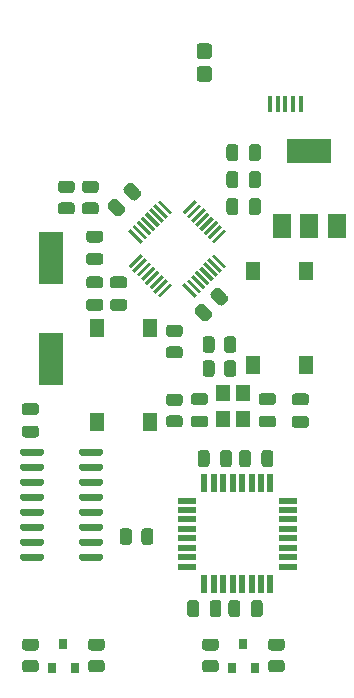
<source format=gbr>
%TF.GenerationSoftware,KiCad,Pcbnew,(5.1.9-16-g1737927814)-1*%
%TF.CreationDate,2021-07-07T14:31:42-05:00*%
%TF.ProjectId,adbuino,61646275-696e-46f2-9e6b-696361645f70,rev?*%
%TF.SameCoordinates,Original*%
%TF.FileFunction,Paste,Top*%
%TF.FilePolarity,Positive*%
%FSLAX46Y46*%
G04 Gerber Fmt 4.6, Leading zero omitted, Abs format (unit mm)*
G04 Created by KiCad (PCBNEW (5.1.9-16-g1737927814)-1) date 2021-07-07 14:31:42*
%MOMM*%
%LPD*%
G01*
G04 APERTURE LIST*
%ADD10R,0.400000X1.400000*%
%ADD11C,0.100000*%
%ADD12R,2.000000X4.500000*%
%ADD13R,1.200000X1.400000*%
%ADD14R,1.300000X1.550000*%
%ADD15R,0.800000X0.900000*%
%ADD16R,1.500000X2.000000*%
%ADD17R,3.800000X2.000000*%
%ADD18R,1.600000X0.550000*%
%ADD19R,0.550000X1.600000*%
G04 APERTURE END LIST*
D10*
%TO.C,J2*%
X175992000Y-42371000D03*
X176642000Y-42371000D03*
X177292000Y-42371000D03*
X177942000Y-42371000D03*
X178592000Y-42371000D03*
%TD*%
D11*
%TO.C,IC1*%
G36*
X167723382Y-57721624D02*
G01*
X166680400Y-58764606D01*
X166468268Y-58552474D01*
X167511250Y-57509492D01*
X167723382Y-57721624D01*
G37*
G36*
X167369829Y-57368070D02*
G01*
X166326847Y-58411052D01*
X166114715Y-58198920D01*
X167157697Y-57155938D01*
X167369829Y-57368070D01*
G37*
G36*
X167016275Y-57014517D02*
G01*
X165973293Y-58057499D01*
X165761161Y-57845367D01*
X166804143Y-56802385D01*
X167016275Y-57014517D01*
G37*
G36*
X166662722Y-56660963D02*
G01*
X165619740Y-57703945D01*
X165407608Y-57491813D01*
X166450590Y-56448831D01*
X166662722Y-56660963D01*
G37*
G36*
X166309169Y-56307410D02*
G01*
X165266187Y-57350392D01*
X165054055Y-57138260D01*
X166097037Y-56095278D01*
X166309169Y-56307410D01*
G37*
G36*
X165955615Y-55953857D02*
G01*
X164912633Y-56996839D01*
X164700501Y-56784707D01*
X165743483Y-55741725D01*
X165955615Y-55953857D01*
G37*
G36*
X165602062Y-55600303D02*
G01*
X164559080Y-56643285D01*
X164346948Y-56431153D01*
X165389930Y-55388171D01*
X165602062Y-55600303D01*
G37*
G36*
X165248508Y-55246750D02*
G01*
X164205526Y-56289732D01*
X163993394Y-56077600D01*
X165036376Y-55034618D01*
X165248508Y-55246750D01*
G37*
G36*
X164205526Y-52930268D02*
G01*
X165248508Y-53973250D01*
X165036376Y-54185382D01*
X163993394Y-53142400D01*
X164205526Y-52930268D01*
G37*
G36*
X164559080Y-52576715D02*
G01*
X165602062Y-53619697D01*
X165389930Y-53831829D01*
X164346948Y-52788847D01*
X164559080Y-52576715D01*
G37*
G36*
X164912633Y-52223161D02*
G01*
X165955615Y-53266143D01*
X165743483Y-53478275D01*
X164700501Y-52435293D01*
X164912633Y-52223161D01*
G37*
G36*
X165266187Y-51869608D02*
G01*
X166309169Y-52912590D01*
X166097037Y-53124722D01*
X165054055Y-52081740D01*
X165266187Y-51869608D01*
G37*
G36*
X165619740Y-51516055D02*
G01*
X166662722Y-52559037D01*
X166450590Y-52771169D01*
X165407608Y-51728187D01*
X165619740Y-51516055D01*
G37*
G36*
X165973293Y-51162501D02*
G01*
X167016275Y-52205483D01*
X166804143Y-52417615D01*
X165761161Y-51374633D01*
X165973293Y-51162501D01*
G37*
G36*
X166326847Y-50808948D02*
G01*
X167369829Y-51851930D01*
X167157697Y-52064062D01*
X166114715Y-51021080D01*
X166326847Y-50808948D01*
G37*
G36*
X166680400Y-50455394D02*
G01*
X167723382Y-51498376D01*
X167511250Y-51710508D01*
X166468268Y-50667526D01*
X166680400Y-50455394D01*
G37*
G36*
X169827732Y-50667526D02*
G01*
X168784750Y-51710508D01*
X168572618Y-51498376D01*
X169615600Y-50455394D01*
X169827732Y-50667526D01*
G37*
G36*
X170181285Y-51021080D02*
G01*
X169138303Y-52064062D01*
X168926171Y-51851930D01*
X169969153Y-50808948D01*
X170181285Y-51021080D01*
G37*
G36*
X170534839Y-51374633D02*
G01*
X169491857Y-52417615D01*
X169279725Y-52205483D01*
X170322707Y-51162501D01*
X170534839Y-51374633D01*
G37*
G36*
X170888392Y-51728187D02*
G01*
X169845410Y-52771169D01*
X169633278Y-52559037D01*
X170676260Y-51516055D01*
X170888392Y-51728187D01*
G37*
G36*
X171241945Y-52081740D02*
G01*
X170198963Y-53124722D01*
X169986831Y-52912590D01*
X171029813Y-51869608D01*
X171241945Y-52081740D01*
G37*
G36*
X171595499Y-52435293D02*
G01*
X170552517Y-53478275D01*
X170340385Y-53266143D01*
X171383367Y-52223161D01*
X171595499Y-52435293D01*
G37*
G36*
X171949052Y-52788847D02*
G01*
X170906070Y-53831829D01*
X170693938Y-53619697D01*
X171736920Y-52576715D01*
X171949052Y-52788847D01*
G37*
G36*
X172302606Y-53142400D02*
G01*
X171259624Y-54185382D01*
X171047492Y-53973250D01*
X172090474Y-52930268D01*
X172302606Y-53142400D01*
G37*
G36*
X171259624Y-55034618D02*
G01*
X172302606Y-56077600D01*
X172090474Y-56289732D01*
X171047492Y-55246750D01*
X171259624Y-55034618D01*
G37*
G36*
X170906070Y-55388171D02*
G01*
X171949052Y-56431153D01*
X171736920Y-56643285D01*
X170693938Y-55600303D01*
X170906070Y-55388171D01*
G37*
G36*
X170552517Y-55741725D02*
G01*
X171595499Y-56784707D01*
X171383367Y-56996839D01*
X170340385Y-55953857D01*
X170552517Y-55741725D01*
G37*
G36*
X170198963Y-56095278D02*
G01*
X171241945Y-57138260D01*
X171029813Y-57350392D01*
X169986831Y-56307410D01*
X170198963Y-56095278D01*
G37*
G36*
X169845410Y-56448831D02*
G01*
X170888392Y-57491813D01*
X170676260Y-57703945D01*
X169633278Y-56660963D01*
X169845410Y-56448831D01*
G37*
G36*
X169491857Y-56802385D02*
G01*
X170534839Y-57845367D01*
X170322707Y-58057499D01*
X169279725Y-57014517D01*
X169491857Y-56802385D01*
G37*
G36*
X169138303Y-57155938D02*
G01*
X170181285Y-58198920D01*
X169969153Y-58411052D01*
X168926171Y-57368070D01*
X169138303Y-57155938D01*
G37*
G36*
X168784750Y-57509492D02*
G01*
X169827732Y-58552474D01*
X169615600Y-58764606D01*
X168572618Y-57721624D01*
X168784750Y-57509492D01*
G37*
%TD*%
%TO.C,C16*%
G36*
G01*
X171772000Y-72865000D02*
X171772000Y-71915000D01*
G75*
G02*
X172022000Y-71665000I250000J0D01*
G01*
X172522000Y-71665000D01*
G75*
G02*
X172772000Y-71915000I0J-250000D01*
G01*
X172772000Y-72865000D01*
G75*
G02*
X172522000Y-73115000I-250000J0D01*
G01*
X172022000Y-73115000D01*
G75*
G02*
X171772000Y-72865000I0J250000D01*
G01*
G37*
G36*
G01*
X169872000Y-72865000D02*
X169872000Y-71915000D01*
G75*
G02*
X170122000Y-71665000I250000J0D01*
G01*
X170622000Y-71665000D01*
G75*
G02*
X170872000Y-71915000I0J-250000D01*
G01*
X170872000Y-72865000D01*
G75*
G02*
X170622000Y-73115000I-250000J0D01*
G01*
X170122000Y-73115000D01*
G75*
G02*
X169872000Y-72865000I0J250000D01*
G01*
G37*
%TD*%
%TO.C,C15*%
G36*
G01*
X169984000Y-84615000D02*
X169984000Y-85565000D01*
G75*
G02*
X169734000Y-85815000I-250000J0D01*
G01*
X169234000Y-85815000D01*
G75*
G02*
X168984000Y-85565000I0J250000D01*
G01*
X168984000Y-84615000D01*
G75*
G02*
X169234000Y-84365000I250000J0D01*
G01*
X169734000Y-84365000D01*
G75*
G02*
X169984000Y-84615000I0J-250000D01*
G01*
G37*
G36*
G01*
X171884000Y-84615000D02*
X171884000Y-85565000D01*
G75*
G02*
X171634000Y-85815000I-250000J0D01*
G01*
X171134000Y-85815000D01*
G75*
G02*
X170884000Y-85565000I0J250000D01*
G01*
X170884000Y-84615000D01*
G75*
G02*
X171134000Y-84365000I250000J0D01*
G01*
X171634000Y-84365000D01*
G75*
G02*
X171884000Y-84615000I0J-250000D01*
G01*
G37*
%TD*%
%TO.C,C14*%
G36*
G01*
X175268000Y-72865000D02*
X175268000Y-71915000D01*
G75*
G02*
X175518000Y-71665000I250000J0D01*
G01*
X176018000Y-71665000D01*
G75*
G02*
X176268000Y-71915000I0J-250000D01*
G01*
X176268000Y-72865000D01*
G75*
G02*
X176018000Y-73115000I-250000J0D01*
G01*
X175518000Y-73115000D01*
G75*
G02*
X175268000Y-72865000I0J250000D01*
G01*
G37*
G36*
G01*
X173368000Y-72865000D02*
X173368000Y-71915000D01*
G75*
G02*
X173618000Y-71665000I250000J0D01*
G01*
X174118000Y-71665000D01*
G75*
G02*
X174368000Y-71915000I0J-250000D01*
G01*
X174368000Y-72865000D01*
G75*
G02*
X174118000Y-73115000I-250000J0D01*
G01*
X173618000Y-73115000D01*
G75*
G02*
X173368000Y-72865000I0J250000D01*
G01*
G37*
%TD*%
D12*
%TO.C,Y2*%
X157480000Y-63940000D03*
X157480000Y-55440000D03*
%TD*%
%TO.C,IC2*%
G36*
G01*
X159846000Y-72005000D02*
X159846000Y-71705000D01*
G75*
G02*
X159996000Y-71555000I150000J0D01*
G01*
X161696000Y-71555000D01*
G75*
G02*
X161846000Y-71705000I0J-150000D01*
G01*
X161846000Y-72005000D01*
G75*
G02*
X161696000Y-72155000I-150000J0D01*
G01*
X159996000Y-72155000D01*
G75*
G02*
X159846000Y-72005000I0J150000D01*
G01*
G37*
G36*
G01*
X159846000Y-73275000D02*
X159846000Y-72975000D01*
G75*
G02*
X159996000Y-72825000I150000J0D01*
G01*
X161696000Y-72825000D01*
G75*
G02*
X161846000Y-72975000I0J-150000D01*
G01*
X161846000Y-73275000D01*
G75*
G02*
X161696000Y-73425000I-150000J0D01*
G01*
X159996000Y-73425000D01*
G75*
G02*
X159846000Y-73275000I0J150000D01*
G01*
G37*
G36*
G01*
X159846000Y-74545000D02*
X159846000Y-74245000D01*
G75*
G02*
X159996000Y-74095000I150000J0D01*
G01*
X161696000Y-74095000D01*
G75*
G02*
X161846000Y-74245000I0J-150000D01*
G01*
X161846000Y-74545000D01*
G75*
G02*
X161696000Y-74695000I-150000J0D01*
G01*
X159996000Y-74695000D01*
G75*
G02*
X159846000Y-74545000I0J150000D01*
G01*
G37*
G36*
G01*
X159846000Y-75815000D02*
X159846000Y-75515000D01*
G75*
G02*
X159996000Y-75365000I150000J0D01*
G01*
X161696000Y-75365000D01*
G75*
G02*
X161846000Y-75515000I0J-150000D01*
G01*
X161846000Y-75815000D01*
G75*
G02*
X161696000Y-75965000I-150000J0D01*
G01*
X159996000Y-75965000D01*
G75*
G02*
X159846000Y-75815000I0J150000D01*
G01*
G37*
G36*
G01*
X159846000Y-77085000D02*
X159846000Y-76785000D01*
G75*
G02*
X159996000Y-76635000I150000J0D01*
G01*
X161696000Y-76635000D01*
G75*
G02*
X161846000Y-76785000I0J-150000D01*
G01*
X161846000Y-77085000D01*
G75*
G02*
X161696000Y-77235000I-150000J0D01*
G01*
X159996000Y-77235000D01*
G75*
G02*
X159846000Y-77085000I0J150000D01*
G01*
G37*
G36*
G01*
X159846000Y-78355000D02*
X159846000Y-78055000D01*
G75*
G02*
X159996000Y-77905000I150000J0D01*
G01*
X161696000Y-77905000D01*
G75*
G02*
X161846000Y-78055000I0J-150000D01*
G01*
X161846000Y-78355000D01*
G75*
G02*
X161696000Y-78505000I-150000J0D01*
G01*
X159996000Y-78505000D01*
G75*
G02*
X159846000Y-78355000I0J150000D01*
G01*
G37*
G36*
G01*
X159846000Y-79625000D02*
X159846000Y-79325000D01*
G75*
G02*
X159996000Y-79175000I150000J0D01*
G01*
X161696000Y-79175000D01*
G75*
G02*
X161846000Y-79325000I0J-150000D01*
G01*
X161846000Y-79625000D01*
G75*
G02*
X161696000Y-79775000I-150000J0D01*
G01*
X159996000Y-79775000D01*
G75*
G02*
X159846000Y-79625000I0J150000D01*
G01*
G37*
G36*
G01*
X159846000Y-80895000D02*
X159846000Y-80595000D01*
G75*
G02*
X159996000Y-80445000I150000J0D01*
G01*
X161696000Y-80445000D01*
G75*
G02*
X161846000Y-80595000I0J-150000D01*
G01*
X161846000Y-80895000D01*
G75*
G02*
X161696000Y-81045000I-150000J0D01*
G01*
X159996000Y-81045000D01*
G75*
G02*
X159846000Y-80895000I0J150000D01*
G01*
G37*
G36*
G01*
X154846000Y-80895000D02*
X154846000Y-80595000D01*
G75*
G02*
X154996000Y-80445000I150000J0D01*
G01*
X156696000Y-80445000D01*
G75*
G02*
X156846000Y-80595000I0J-150000D01*
G01*
X156846000Y-80895000D01*
G75*
G02*
X156696000Y-81045000I-150000J0D01*
G01*
X154996000Y-81045000D01*
G75*
G02*
X154846000Y-80895000I0J150000D01*
G01*
G37*
G36*
G01*
X154846000Y-79625000D02*
X154846000Y-79325000D01*
G75*
G02*
X154996000Y-79175000I150000J0D01*
G01*
X156696000Y-79175000D01*
G75*
G02*
X156846000Y-79325000I0J-150000D01*
G01*
X156846000Y-79625000D01*
G75*
G02*
X156696000Y-79775000I-150000J0D01*
G01*
X154996000Y-79775000D01*
G75*
G02*
X154846000Y-79625000I0J150000D01*
G01*
G37*
G36*
G01*
X154846000Y-78355000D02*
X154846000Y-78055000D01*
G75*
G02*
X154996000Y-77905000I150000J0D01*
G01*
X156696000Y-77905000D01*
G75*
G02*
X156846000Y-78055000I0J-150000D01*
G01*
X156846000Y-78355000D01*
G75*
G02*
X156696000Y-78505000I-150000J0D01*
G01*
X154996000Y-78505000D01*
G75*
G02*
X154846000Y-78355000I0J150000D01*
G01*
G37*
G36*
G01*
X154846000Y-77085000D02*
X154846000Y-76785000D01*
G75*
G02*
X154996000Y-76635000I150000J0D01*
G01*
X156696000Y-76635000D01*
G75*
G02*
X156846000Y-76785000I0J-150000D01*
G01*
X156846000Y-77085000D01*
G75*
G02*
X156696000Y-77235000I-150000J0D01*
G01*
X154996000Y-77235000D01*
G75*
G02*
X154846000Y-77085000I0J150000D01*
G01*
G37*
G36*
G01*
X154846000Y-75815000D02*
X154846000Y-75515000D01*
G75*
G02*
X154996000Y-75365000I150000J0D01*
G01*
X156696000Y-75365000D01*
G75*
G02*
X156846000Y-75515000I0J-150000D01*
G01*
X156846000Y-75815000D01*
G75*
G02*
X156696000Y-75965000I-150000J0D01*
G01*
X154996000Y-75965000D01*
G75*
G02*
X154846000Y-75815000I0J150000D01*
G01*
G37*
G36*
G01*
X154846000Y-74545000D02*
X154846000Y-74245000D01*
G75*
G02*
X154996000Y-74095000I150000J0D01*
G01*
X156696000Y-74095000D01*
G75*
G02*
X156846000Y-74245000I0J-150000D01*
G01*
X156846000Y-74545000D01*
G75*
G02*
X156696000Y-74695000I-150000J0D01*
G01*
X154996000Y-74695000D01*
G75*
G02*
X154846000Y-74545000I0J150000D01*
G01*
G37*
G36*
G01*
X154846000Y-73275000D02*
X154846000Y-72975000D01*
G75*
G02*
X154996000Y-72825000I150000J0D01*
G01*
X156696000Y-72825000D01*
G75*
G02*
X156846000Y-72975000I0J-150000D01*
G01*
X156846000Y-73275000D01*
G75*
G02*
X156696000Y-73425000I-150000J0D01*
G01*
X154996000Y-73425000D01*
G75*
G02*
X154846000Y-73275000I0J150000D01*
G01*
G37*
G36*
G01*
X154846000Y-72005000D02*
X154846000Y-71705000D01*
G75*
G02*
X154996000Y-71555000I150000J0D01*
G01*
X156696000Y-71555000D01*
G75*
G02*
X156846000Y-71705000I0J-150000D01*
G01*
X156846000Y-72005000D01*
G75*
G02*
X156696000Y-72155000I-150000J0D01*
G01*
X154996000Y-72155000D01*
G75*
G02*
X154846000Y-72005000I0J150000D01*
G01*
G37*
%TD*%
%TO.C,F1*%
G36*
G01*
X170834000Y-38562000D02*
X170034000Y-38562000D01*
G75*
G02*
X169784000Y-38312000I0J250000D01*
G01*
X169784000Y-37487000D01*
G75*
G02*
X170034000Y-37237000I250000J0D01*
G01*
X170834000Y-37237000D01*
G75*
G02*
X171084000Y-37487000I0J-250000D01*
G01*
X171084000Y-38312000D01*
G75*
G02*
X170834000Y-38562000I-250000J0D01*
G01*
G37*
G36*
G01*
X170834000Y-40487000D02*
X170034000Y-40487000D01*
G75*
G02*
X169784000Y-40237000I0J250000D01*
G01*
X169784000Y-39412000D01*
G75*
G02*
X170034000Y-39162000I250000J0D01*
G01*
X170834000Y-39162000D01*
G75*
G02*
X171084000Y-39412000I0J-250000D01*
G01*
X171084000Y-40237000D01*
G75*
G02*
X170834000Y-40487000I-250000J0D01*
G01*
G37*
%TD*%
%TO.C,C13*%
G36*
G01*
X155227000Y-69604000D02*
X156177000Y-69604000D01*
G75*
G02*
X156427000Y-69854000I0J-250000D01*
G01*
X156427000Y-70354000D01*
G75*
G02*
X156177000Y-70604000I-250000J0D01*
G01*
X155227000Y-70604000D01*
G75*
G02*
X154977000Y-70354000I0J250000D01*
G01*
X154977000Y-69854000D01*
G75*
G02*
X155227000Y-69604000I250000J0D01*
G01*
G37*
G36*
G01*
X155227000Y-67704000D02*
X156177000Y-67704000D01*
G75*
G02*
X156427000Y-67954000I0J-250000D01*
G01*
X156427000Y-68454000D01*
G75*
G02*
X156177000Y-68704000I-250000J0D01*
G01*
X155227000Y-68704000D01*
G75*
G02*
X154977000Y-68454000I0J250000D01*
G01*
X154977000Y-67954000D01*
G75*
G02*
X155227000Y-67704000I250000J0D01*
G01*
G37*
%TD*%
D13*
%TO.C,Y1*%
X173743332Y-66802999D03*
X173743332Y-69002999D03*
X172043332Y-69002999D03*
X172043332Y-66802999D03*
%TD*%
D14*
%TO.C,SW1*%
X174534000Y-64427000D03*
X179034000Y-64427000D03*
X179034000Y-56477000D03*
X174534000Y-56477000D03*
%TD*%
%TO.C,SW2*%
X161326000Y-69253000D03*
X165826000Y-69253000D03*
X165826000Y-61303000D03*
X161326000Y-61303000D03*
%TD*%
%TO.C,R11*%
G36*
G01*
X176980001Y-88650500D02*
X176079999Y-88650500D01*
G75*
G02*
X175830000Y-88400501I0J249999D01*
G01*
X175830000Y-87875499D01*
G75*
G02*
X176079999Y-87625500I249999J0D01*
G01*
X176980001Y-87625500D01*
G75*
G02*
X177230000Y-87875499I0J-249999D01*
G01*
X177230000Y-88400501D01*
G75*
G02*
X176980001Y-88650500I-249999J0D01*
G01*
G37*
G36*
G01*
X176980001Y-90475500D02*
X176079999Y-90475500D01*
G75*
G02*
X175830000Y-90225501I0J249999D01*
G01*
X175830000Y-89700499D01*
G75*
G02*
X176079999Y-89450500I249999J0D01*
G01*
X176980001Y-89450500D01*
G75*
G02*
X177230000Y-89700499I0J-249999D01*
G01*
X177230000Y-90225501D01*
G75*
G02*
X176980001Y-90475500I-249999J0D01*
G01*
G37*
%TD*%
%TO.C,R10*%
G36*
G01*
X170491999Y-89450500D02*
X171392001Y-89450500D01*
G75*
G02*
X171642000Y-89700499I0J-249999D01*
G01*
X171642000Y-90225501D01*
G75*
G02*
X171392001Y-90475500I-249999J0D01*
G01*
X170491999Y-90475500D01*
G75*
G02*
X170242000Y-90225501I0J249999D01*
G01*
X170242000Y-89700499D01*
G75*
G02*
X170491999Y-89450500I249999J0D01*
G01*
G37*
G36*
G01*
X170491999Y-87625500D02*
X171392001Y-87625500D01*
G75*
G02*
X171642000Y-87875499I0J-249999D01*
G01*
X171642000Y-88400501D01*
G75*
G02*
X171392001Y-88650500I-249999J0D01*
G01*
X170491999Y-88650500D01*
G75*
G02*
X170242000Y-88400501I0J249999D01*
G01*
X170242000Y-87875499D01*
G75*
G02*
X170491999Y-87625500I249999J0D01*
G01*
G37*
%TD*%
%TO.C,R9*%
G36*
G01*
X161740001Y-88650500D02*
X160839999Y-88650500D01*
G75*
G02*
X160590000Y-88400501I0J249999D01*
G01*
X160590000Y-87875499D01*
G75*
G02*
X160839999Y-87625500I249999J0D01*
G01*
X161740001Y-87625500D01*
G75*
G02*
X161990000Y-87875499I0J-249999D01*
G01*
X161990000Y-88400501D01*
G75*
G02*
X161740001Y-88650500I-249999J0D01*
G01*
G37*
G36*
G01*
X161740001Y-90475500D02*
X160839999Y-90475500D01*
G75*
G02*
X160590000Y-90225501I0J249999D01*
G01*
X160590000Y-89700499D01*
G75*
G02*
X160839999Y-89450500I249999J0D01*
G01*
X161740001Y-89450500D01*
G75*
G02*
X161990000Y-89700499I0J-249999D01*
G01*
X161990000Y-90225501D01*
G75*
G02*
X161740001Y-90475500I-249999J0D01*
G01*
G37*
%TD*%
%TO.C,R8*%
G36*
G01*
X155251999Y-89450500D02*
X156152001Y-89450500D01*
G75*
G02*
X156402000Y-89700499I0J-249999D01*
G01*
X156402000Y-90225501D01*
G75*
G02*
X156152001Y-90475500I-249999J0D01*
G01*
X155251999Y-90475500D01*
G75*
G02*
X155002000Y-90225501I0J249999D01*
G01*
X155002000Y-89700499D01*
G75*
G02*
X155251999Y-89450500I249999J0D01*
G01*
G37*
G36*
G01*
X155251999Y-87625500D02*
X156152001Y-87625500D01*
G75*
G02*
X156402000Y-87875499I0J-249999D01*
G01*
X156402000Y-88400501D01*
G75*
G02*
X156152001Y-88650500I-249999J0D01*
G01*
X155251999Y-88650500D01*
G75*
G02*
X155002000Y-88400501I0J249999D01*
G01*
X155002000Y-87875499D01*
G75*
G02*
X155251999Y-87625500I249999J0D01*
G01*
G37*
%TD*%
%TO.C,R3*%
G36*
G01*
X165095500Y-79444001D02*
X165095500Y-78543999D01*
G75*
G02*
X165345499Y-78294000I249999J0D01*
G01*
X165870501Y-78294000D01*
G75*
G02*
X166120500Y-78543999I0J-249999D01*
G01*
X166120500Y-79444001D01*
G75*
G02*
X165870501Y-79694000I-249999J0D01*
G01*
X165345499Y-79694000D01*
G75*
G02*
X165095500Y-79444001I0J249999D01*
G01*
G37*
G36*
G01*
X163270500Y-79444001D02*
X163270500Y-78543999D01*
G75*
G02*
X163520499Y-78294000I249999J0D01*
G01*
X164045501Y-78294000D01*
G75*
G02*
X164295500Y-78543999I0J-249999D01*
G01*
X164295500Y-79444001D01*
G75*
G02*
X164045501Y-79694000I-249999J0D01*
G01*
X163520499Y-79694000D01*
G75*
G02*
X163270500Y-79444001I0J249999D01*
G01*
G37*
%TD*%
%TO.C,R2*%
G36*
G01*
X172104000Y-63188001D02*
X172104000Y-62287999D01*
G75*
G02*
X172353999Y-62038000I249999J0D01*
G01*
X172879001Y-62038000D01*
G75*
G02*
X173129000Y-62287999I0J-249999D01*
G01*
X173129000Y-63188001D01*
G75*
G02*
X172879001Y-63438000I-249999J0D01*
G01*
X172353999Y-63438000D01*
G75*
G02*
X172104000Y-63188001I0J249999D01*
G01*
G37*
G36*
G01*
X170279000Y-63188001D02*
X170279000Y-62287999D01*
G75*
G02*
X170528999Y-62038000I249999J0D01*
G01*
X171054001Y-62038000D01*
G75*
G02*
X171304000Y-62287999I0J-249999D01*
G01*
X171304000Y-63188001D01*
G75*
G02*
X171054001Y-63438000I-249999J0D01*
G01*
X170528999Y-63438000D01*
G75*
G02*
X170279000Y-63188001I0J249999D01*
G01*
G37*
%TD*%
%TO.C,R1*%
G36*
G01*
X171304000Y-64319999D02*
X171304000Y-65220001D01*
G75*
G02*
X171054001Y-65470000I-249999J0D01*
G01*
X170528999Y-65470000D01*
G75*
G02*
X170279000Y-65220001I0J249999D01*
G01*
X170279000Y-64319999D01*
G75*
G02*
X170528999Y-64070000I249999J0D01*
G01*
X171054001Y-64070000D01*
G75*
G02*
X171304000Y-64319999I0J-249999D01*
G01*
G37*
G36*
G01*
X173129000Y-64319999D02*
X173129000Y-65220001D01*
G75*
G02*
X172879001Y-65470000I-249999J0D01*
G01*
X172353999Y-65470000D01*
G75*
G02*
X172104000Y-65220001I0J249999D01*
G01*
X172104000Y-64319999D01*
G75*
G02*
X172353999Y-64070000I249999J0D01*
G01*
X172879001Y-64070000D01*
G75*
G02*
X173129000Y-64319999I0J-249999D01*
G01*
G37*
%TD*%
D15*
%TO.C,Q2*%
X173736000Y-88075500D03*
X174686000Y-90075500D03*
X172786000Y-90075500D03*
%TD*%
%TO.C,Q1*%
X158496000Y-88075500D03*
X159446000Y-90075500D03*
X157546000Y-90075500D03*
%TD*%
%TO.C,C12*%
G36*
G01*
X162693000Y-58870000D02*
X163643000Y-58870000D01*
G75*
G02*
X163893000Y-59120000I0J-250000D01*
G01*
X163893000Y-59620000D01*
G75*
G02*
X163643000Y-59870000I-250000J0D01*
G01*
X162693000Y-59870000D01*
G75*
G02*
X162443000Y-59620000I0J250000D01*
G01*
X162443000Y-59120000D01*
G75*
G02*
X162693000Y-58870000I250000J0D01*
G01*
G37*
G36*
G01*
X162693000Y-56970000D02*
X163643000Y-56970000D01*
G75*
G02*
X163893000Y-57220000I0J-250000D01*
G01*
X163893000Y-57720000D01*
G75*
G02*
X163643000Y-57970000I-250000J0D01*
G01*
X162693000Y-57970000D01*
G75*
G02*
X162443000Y-57720000I0J250000D01*
G01*
X162443000Y-57220000D01*
G75*
G02*
X162693000Y-56970000I250000J0D01*
G01*
G37*
%TD*%
%TO.C,C11*%
G36*
G01*
X160675000Y-54994000D02*
X161625000Y-54994000D01*
G75*
G02*
X161875000Y-55244000I0J-250000D01*
G01*
X161875000Y-55744000D01*
G75*
G02*
X161625000Y-55994000I-250000J0D01*
G01*
X160675000Y-55994000D01*
G75*
G02*
X160425000Y-55744000I0J250000D01*
G01*
X160425000Y-55244000D01*
G75*
G02*
X160675000Y-54994000I250000J0D01*
G01*
G37*
G36*
G01*
X160675000Y-53094000D02*
X161625000Y-53094000D01*
G75*
G02*
X161875000Y-53344000I0J-250000D01*
G01*
X161875000Y-53844000D01*
G75*
G02*
X161625000Y-54094000I-250000J0D01*
G01*
X160675000Y-54094000D01*
G75*
G02*
X160425000Y-53844000I0J250000D01*
G01*
X160425000Y-53344000D01*
G75*
G02*
X160675000Y-53094000I250000J0D01*
G01*
G37*
%TD*%
%TO.C,C10*%
G36*
G01*
X160675000Y-58870000D02*
X161625000Y-58870000D01*
G75*
G02*
X161875000Y-59120000I0J-250000D01*
G01*
X161875000Y-59620000D01*
G75*
G02*
X161625000Y-59870000I-250000J0D01*
G01*
X160675000Y-59870000D01*
G75*
G02*
X160425000Y-59620000I0J250000D01*
G01*
X160425000Y-59120000D01*
G75*
G02*
X160675000Y-58870000I250000J0D01*
G01*
G37*
G36*
G01*
X160675000Y-56970000D02*
X161625000Y-56970000D01*
G75*
G02*
X161875000Y-57220000I0J-250000D01*
G01*
X161875000Y-57720000D01*
G75*
G02*
X161625000Y-57970000I-250000J0D01*
G01*
X160675000Y-57970000D01*
G75*
G02*
X160425000Y-57720000I0J250000D01*
G01*
X160425000Y-57220000D01*
G75*
G02*
X160675000Y-56970000I250000J0D01*
G01*
G37*
%TD*%
%TO.C,C7*%
G36*
G01*
X170493666Y-67852999D02*
X169543666Y-67852999D01*
G75*
G02*
X169293666Y-67602999I0J250000D01*
G01*
X169293666Y-67102999D01*
G75*
G02*
X169543666Y-66852999I250000J0D01*
G01*
X170493666Y-66852999D01*
G75*
G02*
X170743666Y-67102999I0J-250000D01*
G01*
X170743666Y-67602999D01*
G75*
G02*
X170493666Y-67852999I-250000J0D01*
G01*
G37*
G36*
G01*
X170493666Y-69752999D02*
X169543666Y-69752999D01*
G75*
G02*
X169293666Y-69502999I0J250000D01*
G01*
X169293666Y-69002999D01*
G75*
G02*
X169543666Y-68752999I250000J0D01*
G01*
X170493666Y-68752999D01*
G75*
G02*
X170743666Y-69002999I0J-250000D01*
G01*
X170743666Y-69502999D01*
G75*
G02*
X170493666Y-69752999I-250000J0D01*
G01*
G37*
%TD*%
%TO.C,C6*%
G36*
G01*
X176243000Y-67852999D02*
X175293000Y-67852999D01*
G75*
G02*
X175043000Y-67602999I0J250000D01*
G01*
X175043000Y-67102999D01*
G75*
G02*
X175293000Y-66852999I250000J0D01*
G01*
X176243000Y-66852999D01*
G75*
G02*
X176493000Y-67102999I0J-250000D01*
G01*
X176493000Y-67602999D01*
G75*
G02*
X176243000Y-67852999I-250000J0D01*
G01*
G37*
G36*
G01*
X176243000Y-69752999D02*
X175293000Y-69752999D01*
G75*
G02*
X175043000Y-69502999I0J250000D01*
G01*
X175043000Y-69002999D01*
G75*
G02*
X175293000Y-68752999I250000J0D01*
G01*
X176243000Y-68752999D01*
G75*
G02*
X176493000Y-69002999I0J-250000D01*
G01*
X176493000Y-69502999D01*
G75*
G02*
X176243000Y-69752999I-250000J0D01*
G01*
G37*
%TD*%
%TO.C,C5*%
G36*
G01*
X179037000Y-67876000D02*
X178087000Y-67876000D01*
G75*
G02*
X177837000Y-67626000I0J250000D01*
G01*
X177837000Y-67126000D01*
G75*
G02*
X178087000Y-66876000I250000J0D01*
G01*
X179037000Y-66876000D01*
G75*
G02*
X179287000Y-67126000I0J-250000D01*
G01*
X179287000Y-67626000D01*
G75*
G02*
X179037000Y-67876000I-250000J0D01*
G01*
G37*
G36*
G01*
X179037000Y-69776000D02*
X178087000Y-69776000D01*
G75*
G02*
X177837000Y-69526000I0J250000D01*
G01*
X177837000Y-69026000D01*
G75*
G02*
X178087000Y-68776000I250000J0D01*
G01*
X179037000Y-68776000D01*
G75*
G02*
X179287000Y-69026000I0J-250000D01*
G01*
X179287000Y-69526000D01*
G75*
G02*
X179037000Y-69776000I-250000J0D01*
G01*
G37*
%TD*%
%TO.C,C2*%
G36*
G01*
X174374000Y-85565000D02*
X174374000Y-84615000D01*
G75*
G02*
X174624000Y-84365000I250000J0D01*
G01*
X175124000Y-84365000D01*
G75*
G02*
X175374000Y-84615000I0J-250000D01*
G01*
X175374000Y-85565000D01*
G75*
G02*
X175124000Y-85815000I-250000J0D01*
G01*
X174624000Y-85815000D01*
G75*
G02*
X174374000Y-85565000I0J250000D01*
G01*
G37*
G36*
G01*
X172474000Y-85565000D02*
X172474000Y-84615000D01*
G75*
G02*
X172724000Y-84365000I250000J0D01*
G01*
X173224000Y-84365000D01*
G75*
G02*
X173474000Y-84615000I0J-250000D01*
G01*
X173474000Y-85565000D01*
G75*
G02*
X173224000Y-85815000I-250000J0D01*
G01*
X172724000Y-85815000D01*
G75*
G02*
X172474000Y-85565000I0J250000D01*
G01*
G37*
%TD*%
D16*
%TO.C,U1*%
X177024000Y-52680000D03*
X181624000Y-52680000D03*
X179324000Y-52680000D03*
D17*
X179324000Y-46380000D03*
%TD*%
%TO.C,C4*%
G36*
G01*
X173307001Y-50579000D02*
X173307001Y-51529000D01*
G75*
G02*
X173057001Y-51779000I-250000J0D01*
G01*
X172557001Y-51779000D01*
G75*
G02*
X172307001Y-51529000I0J250000D01*
G01*
X172307001Y-50579000D01*
G75*
G02*
X172557001Y-50329000I250000J0D01*
G01*
X173057001Y-50329000D01*
G75*
G02*
X173307001Y-50579000I0J-250000D01*
G01*
G37*
G36*
G01*
X175207001Y-50579000D02*
X175207001Y-51529000D01*
G75*
G02*
X174957001Y-51779000I-250000J0D01*
G01*
X174457001Y-51779000D01*
G75*
G02*
X174207001Y-51529000I0J250000D01*
G01*
X174207001Y-50579000D01*
G75*
G02*
X174457001Y-50329000I250000J0D01*
G01*
X174957001Y-50329000D01*
G75*
G02*
X175207001Y-50579000I0J-250000D01*
G01*
G37*
%TD*%
%TO.C,C3*%
G36*
G01*
X173307001Y-48293000D02*
X173307001Y-49243000D01*
G75*
G02*
X173057001Y-49493000I-250000J0D01*
G01*
X172557001Y-49493000D01*
G75*
G02*
X172307001Y-49243000I0J250000D01*
G01*
X172307001Y-48293000D01*
G75*
G02*
X172557001Y-48043000I250000J0D01*
G01*
X173057001Y-48043000D01*
G75*
G02*
X173307001Y-48293000I0J-250000D01*
G01*
G37*
G36*
G01*
X175207001Y-48293000D02*
X175207001Y-49243000D01*
G75*
G02*
X174957001Y-49493000I-250000J0D01*
G01*
X174457001Y-49493000D01*
G75*
G02*
X174207001Y-49243000I0J250000D01*
G01*
X174207001Y-48293000D01*
G75*
G02*
X174457001Y-48043000I250000J0D01*
G01*
X174957001Y-48043000D01*
G75*
G02*
X175207001Y-48293000I0J-250000D01*
G01*
G37*
%TD*%
%TO.C,C1*%
G36*
G01*
X173307001Y-46007000D02*
X173307001Y-46957000D01*
G75*
G02*
X173057001Y-47207000I-250000J0D01*
G01*
X172557001Y-47207000D01*
G75*
G02*
X172307001Y-46957000I0J250000D01*
G01*
X172307001Y-46007000D01*
G75*
G02*
X172557001Y-45757000I250000J0D01*
G01*
X173057001Y-45757000D01*
G75*
G02*
X173307001Y-46007000I0J-250000D01*
G01*
G37*
G36*
G01*
X175207001Y-46007000D02*
X175207001Y-46957000D01*
G75*
G02*
X174957001Y-47207000I-250000J0D01*
G01*
X174457001Y-47207000D01*
G75*
G02*
X174207001Y-46957000I0J250000D01*
G01*
X174207001Y-46007000D01*
G75*
G02*
X174457001Y-45757000I250000J0D01*
G01*
X174957001Y-45757000D01*
G75*
G02*
X175207001Y-46007000I0J-250000D01*
G01*
G37*
%TD*%
D18*
%TO.C,U2*%
X177478000Y-75940000D03*
X177478000Y-76740000D03*
X177478000Y-77540000D03*
X177478000Y-78340000D03*
X177478000Y-79140000D03*
X177478000Y-79940000D03*
X177478000Y-80740000D03*
X177478000Y-81540000D03*
D19*
X176028000Y-82990000D03*
X175228000Y-82990000D03*
X174428000Y-82990000D03*
X173628000Y-82990000D03*
X172828000Y-82990000D03*
X172028000Y-82990000D03*
X171228000Y-82990000D03*
X170428000Y-82990000D03*
D18*
X168978000Y-81540000D03*
X168978000Y-80740000D03*
X168978000Y-79940000D03*
X168978000Y-79140000D03*
X168978000Y-78340000D03*
X168978000Y-77540000D03*
X168978000Y-76740000D03*
X168978000Y-75940000D03*
D19*
X170428000Y-74490000D03*
X171228000Y-74490000D03*
X172028000Y-74490000D03*
X172828000Y-74490000D03*
X173628000Y-74490000D03*
X174428000Y-74490000D03*
X175228000Y-74490000D03*
X176028000Y-74490000D03*
%TD*%
%TO.C,R7*%
G36*
G01*
X159200001Y-49892000D02*
X158299999Y-49892000D01*
G75*
G02*
X158050000Y-49642001I0J249999D01*
G01*
X158050000Y-49116999D01*
G75*
G02*
X158299999Y-48867000I249999J0D01*
G01*
X159200001Y-48867000D01*
G75*
G02*
X159450000Y-49116999I0J-249999D01*
G01*
X159450000Y-49642001D01*
G75*
G02*
X159200001Y-49892000I-249999J0D01*
G01*
G37*
G36*
G01*
X159200001Y-51717000D02*
X158299999Y-51717000D01*
G75*
G02*
X158050000Y-51467001I0J249999D01*
G01*
X158050000Y-50941999D01*
G75*
G02*
X158299999Y-50692000I249999J0D01*
G01*
X159200001Y-50692000D01*
G75*
G02*
X159450000Y-50941999I0J-249999D01*
G01*
X159450000Y-51467001D01*
G75*
G02*
X159200001Y-51717000I-249999J0D01*
G01*
G37*
%TD*%
%TO.C,R6*%
G36*
G01*
X160331999Y-50692000D02*
X161232001Y-50692000D01*
G75*
G02*
X161482000Y-50941999I0J-249999D01*
G01*
X161482000Y-51467001D01*
G75*
G02*
X161232001Y-51717000I-249999J0D01*
G01*
X160331999Y-51717000D01*
G75*
G02*
X160082000Y-51467001I0J249999D01*
G01*
X160082000Y-50941999D01*
G75*
G02*
X160331999Y-50692000I249999J0D01*
G01*
G37*
G36*
G01*
X160331999Y-48867000D02*
X161232001Y-48867000D01*
G75*
G02*
X161482000Y-49116999I0J-249999D01*
G01*
X161482000Y-49642001D01*
G75*
G02*
X161232001Y-49892000I-249999J0D01*
G01*
X160331999Y-49892000D01*
G75*
G02*
X160082000Y-49642001I0J249999D01*
G01*
X160082000Y-49116999D01*
G75*
G02*
X160331999Y-48867000I249999J0D01*
G01*
G37*
%TD*%
%TO.C,R5*%
G36*
G01*
X167443999Y-68722999D02*
X168344001Y-68722999D01*
G75*
G02*
X168594000Y-68972998I0J-249999D01*
G01*
X168594000Y-69498000D01*
G75*
G02*
X168344001Y-69747999I-249999J0D01*
G01*
X167443999Y-69747999D01*
G75*
G02*
X167194000Y-69498000I0J249999D01*
G01*
X167194000Y-68972998D01*
G75*
G02*
X167443999Y-68722999I249999J0D01*
G01*
G37*
G36*
G01*
X167443999Y-66897999D02*
X168344001Y-66897999D01*
G75*
G02*
X168594000Y-67147998I0J-249999D01*
G01*
X168594000Y-67673000D01*
G75*
G02*
X168344001Y-67922999I-249999J0D01*
G01*
X167443999Y-67922999D01*
G75*
G02*
X167194000Y-67673000I0J249999D01*
G01*
X167194000Y-67147998D01*
G75*
G02*
X167443999Y-66897999I249999J0D01*
G01*
G37*
%TD*%
%TO.C,R4*%
G36*
G01*
X167443999Y-62884000D02*
X168344001Y-62884000D01*
G75*
G02*
X168594000Y-63133999I0J-249999D01*
G01*
X168594000Y-63659001D01*
G75*
G02*
X168344001Y-63909000I-249999J0D01*
G01*
X167443999Y-63909000D01*
G75*
G02*
X167194000Y-63659001I0J249999D01*
G01*
X167194000Y-63133999D01*
G75*
G02*
X167443999Y-62884000I249999J0D01*
G01*
G37*
G36*
G01*
X167443999Y-61059000D02*
X168344001Y-61059000D01*
G75*
G02*
X168594000Y-61308999I0J-249999D01*
G01*
X168594000Y-61834001D01*
G75*
G02*
X168344001Y-62084000I-249999J0D01*
G01*
X167443999Y-62084000D01*
G75*
G02*
X167194000Y-61834001I0J249999D01*
G01*
X167194000Y-61308999D01*
G75*
G02*
X167443999Y-61059000I249999J0D01*
G01*
G37*
%TD*%
%TO.C,C9*%
G36*
G01*
X171686322Y-59363429D02*
X171014571Y-58691678D01*
G75*
G02*
X171014571Y-58338124I176777J176777D01*
G01*
X171368124Y-57984571D01*
G75*
G02*
X171721678Y-57984571I176777J-176777D01*
G01*
X172393429Y-58656322D01*
G75*
G02*
X172393429Y-59009876I-176777J-176777D01*
G01*
X172039876Y-59363429D01*
G75*
G02*
X171686322Y-59363429I-176777J176777D01*
G01*
G37*
G36*
G01*
X170342820Y-60706931D02*
X169671069Y-60035180D01*
G75*
G02*
X169671069Y-59681626I176777J176777D01*
G01*
X170024622Y-59328073D01*
G75*
G02*
X170378176Y-59328073I176777J-176777D01*
G01*
X171049927Y-59999824D01*
G75*
G02*
X171049927Y-60353378I-176777J-176777D01*
G01*
X170696374Y-60706931D01*
G75*
G02*
X170342820Y-60706931I-176777J176777D01*
G01*
G37*
%TD*%
%TO.C,C8*%
G36*
G01*
X164320322Y-50473429D02*
X163648571Y-49801678D01*
G75*
G02*
X163648571Y-49448124I176777J176777D01*
G01*
X164002124Y-49094571D01*
G75*
G02*
X164355678Y-49094571I176777J-176777D01*
G01*
X165027429Y-49766322D01*
G75*
G02*
X165027429Y-50119876I-176777J-176777D01*
G01*
X164673876Y-50473429D01*
G75*
G02*
X164320322Y-50473429I-176777J176777D01*
G01*
G37*
G36*
G01*
X162976820Y-51816931D02*
X162305069Y-51145180D01*
G75*
G02*
X162305069Y-50791626I176777J176777D01*
G01*
X162658622Y-50438073D01*
G75*
G02*
X163012176Y-50438073I176777J-176777D01*
G01*
X163683927Y-51109824D01*
G75*
G02*
X163683927Y-51463378I-176777J-176777D01*
G01*
X163330374Y-51816931D01*
G75*
G02*
X162976820Y-51816931I-176777J176777D01*
G01*
G37*
%TD*%
M02*

</source>
